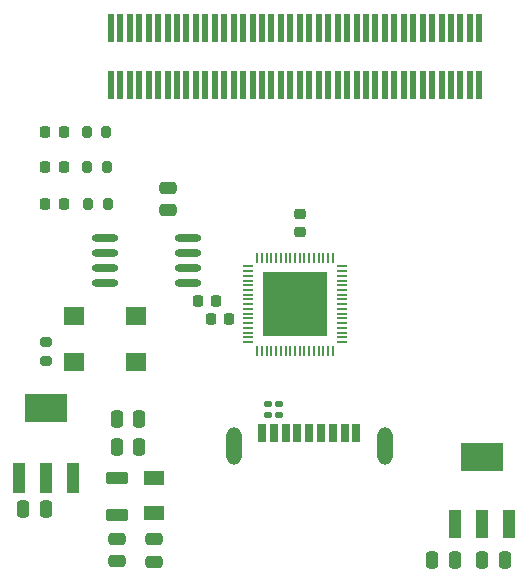
<source format=gbr>
%TF.GenerationSoftware,KiCad,Pcbnew,6.0.4-6f826c9f35~116~ubuntu20.04.1*%
%TF.CreationDate,2022-04-12T10:14:22+07:00*%
%TF.ProjectId,CH569Board,43483536-3942-46f6-9172-642e6b696361,rev?*%
%TF.SameCoordinates,Original*%
%TF.FileFunction,Paste,Top*%
%TF.FilePolarity,Positive*%
%FSLAX46Y46*%
G04 Gerber Fmt 4.6, Leading zero omitted, Abs format (unit mm)*
G04 Created by KiCad (PCBNEW 6.0.4-6f826c9f35~116~ubuntu20.04.1) date 2022-04-12 10:14:22*
%MOMM*%
%LPD*%
G01*
G04 APERTURE LIST*
G04 Aperture macros list*
%AMRoundRect*
0 Rectangle with rounded corners*
0 $1 Rounding radius*
0 $2 $3 $4 $5 $6 $7 $8 $9 X,Y pos of 4 corners*
0 Add a 4 corners polygon primitive as box body*
4,1,4,$2,$3,$4,$5,$6,$7,$8,$9,$2,$3,0*
0 Add four circle primitives for the rounded corners*
1,1,$1+$1,$2,$3*
1,1,$1+$1,$4,$5*
1,1,$1+$1,$6,$7*
1,1,$1+$1,$8,$9*
0 Add four rect primitives between the rounded corners*
20,1,$1+$1,$2,$3,$4,$5,0*
20,1,$1+$1,$4,$5,$6,$7,0*
20,1,$1+$1,$6,$7,$8,$9,0*
20,1,$1+$1,$8,$9,$2,$3,0*%
G04 Aperture macros list end*
%ADD10R,0.500000X2.400000*%
%ADD11RoundRect,0.140000X-0.170000X0.140000X-0.170000X-0.140000X0.170000X-0.140000X0.170000X0.140000X0*%
%ADD12RoundRect,0.225000X0.225000X0.250000X-0.225000X0.250000X-0.225000X-0.250000X0.225000X-0.250000X0*%
%ADD13RoundRect,0.250000X0.250000X0.475000X-0.250000X0.475000X-0.250000X-0.475000X0.250000X-0.475000X0*%
%ADD14RoundRect,0.200000X-0.200000X-0.275000X0.200000X-0.275000X0.200000X0.275000X-0.200000X0.275000X0*%
%ADD15RoundRect,0.250000X-0.250000X-0.475000X0.250000X-0.475000X0.250000X0.475000X-0.250000X0.475000X0*%
%ADD16RoundRect,0.250000X0.475000X-0.250000X0.475000X0.250000X-0.475000X0.250000X-0.475000X-0.250000X0*%
%ADD17RoundRect,0.218750X-0.218750X-0.256250X0.218750X-0.256250X0.218750X0.256250X-0.218750X0.256250X0*%
%ADD18RoundRect,0.200000X-0.275000X0.200000X-0.275000X-0.200000X0.275000X-0.200000X0.275000X0.200000X0*%
%ADD19R,1.800000X1.500000*%
%ADD20R,0.700000X1.600000*%
%ADD21O,1.300000X3.200000*%
%ADD22R,0.980000X2.470000*%
%ADD23R,3.600000X2.470000*%
%ADD24R,1.730000X1.190000*%
%ADD25RoundRect,0.225000X0.250000X-0.225000X0.250000X0.225000X-0.250000X0.225000X-0.250000X-0.225000X0*%
%ADD26O,2.250000X0.630000*%
%ADD27R,1.100000X2.500000*%
%ADD28R,3.600000X2.340000*%
%ADD29O,0.200000X0.900000*%
%ADD30O,0.900000X0.200000*%
%ADD31R,5.500000X5.500000*%
%ADD32RoundRect,0.250000X-0.475000X0.250000X-0.475000X-0.250000X0.475000X-0.250000X0.475000X0.250000X0*%
%ADD33RoundRect,0.250000X-0.700000X0.275000X-0.700000X-0.275000X0.700000X-0.275000X0.700000X0.275000X0*%
G04 APERTURE END LIST*
D10*
%TO.C,CN1*%
X141210000Y-79990000D03*
X141210000Y-84790000D03*
X140410000Y-79990000D03*
X140410000Y-84790000D03*
X139610000Y-79990000D03*
X139610000Y-84790000D03*
X138810000Y-79990000D03*
X138810000Y-84790000D03*
X138010000Y-79990000D03*
X138010000Y-84790000D03*
X137210000Y-79990000D03*
X137210000Y-84790000D03*
X136410000Y-79990000D03*
X136410000Y-84790000D03*
X135610000Y-79990000D03*
X135610000Y-84790000D03*
X134810000Y-79990000D03*
X134810000Y-84790000D03*
X134010000Y-79990000D03*
X134010000Y-84790000D03*
X133210000Y-79990000D03*
X133210000Y-84790000D03*
X132410000Y-79990000D03*
X132410000Y-84790000D03*
X131610000Y-79990000D03*
X131610000Y-84790000D03*
X130810000Y-79990000D03*
X130810000Y-84790000D03*
X130010000Y-79990000D03*
X130010000Y-84790000D03*
X129210000Y-79990000D03*
X129210000Y-84790000D03*
X128410000Y-79990000D03*
X128410000Y-84790000D03*
X127610000Y-79990000D03*
X127610000Y-84790000D03*
X126810000Y-79990000D03*
X126810000Y-84790000D03*
X126010000Y-79990000D03*
X126010000Y-84790000D03*
X125210000Y-79990000D03*
X125210000Y-84790000D03*
X124410000Y-79990000D03*
X124410000Y-84790000D03*
X123610000Y-79990000D03*
X123610000Y-84790000D03*
X122810000Y-79990000D03*
X122810000Y-84790000D03*
X122010000Y-79990000D03*
X122010000Y-84790000D03*
X121210000Y-79990000D03*
X121210000Y-84790000D03*
X120410000Y-79990000D03*
X120410000Y-84790000D03*
X119610000Y-79990000D03*
X119610000Y-84790000D03*
X118810000Y-79990000D03*
X118810000Y-84790000D03*
X118010000Y-79990000D03*
X118010000Y-84790000D03*
X117210000Y-79990000D03*
X117210000Y-84790000D03*
X116410000Y-79990000D03*
X116410000Y-84790000D03*
X115610000Y-79990000D03*
X115610000Y-84790000D03*
X114810000Y-79990000D03*
X114810000Y-84790000D03*
X114010000Y-79990000D03*
X114010000Y-84790000D03*
X113210000Y-79990000D03*
X113210000Y-84790000D03*
X112410000Y-79990000D03*
X112410000Y-84790000D03*
X111610000Y-79990000D03*
X111610000Y-84790000D03*
X110810000Y-79990000D03*
X110810000Y-84790000D03*
X110010000Y-79990000D03*
X110010000Y-84790000D03*
%TD*%
D11*
%TO.C,C13*%
X123342400Y-111780000D03*
X123342400Y-112740000D03*
%TD*%
D12*
%TO.C,C19*%
X120025000Y-104570000D03*
X118475000Y-104570000D03*
%TD*%
D13*
%TO.C,C2*%
X112405000Y-113069400D03*
X110505000Y-113069400D03*
%TD*%
D12*
%TO.C,C16*%
X118955000Y-103060000D03*
X117405000Y-103060000D03*
%TD*%
D14*
%TO.C,R4*%
X108115000Y-94870000D03*
X109765000Y-94870000D03*
%TD*%
D15*
%TO.C,C1*%
X102610000Y-120680000D03*
X104510000Y-120680000D03*
%TD*%
D11*
%TO.C,C12*%
X124262400Y-111780000D03*
X124262400Y-112740000D03*
%TD*%
D15*
%TO.C,C7*%
X137220000Y-124980000D03*
X139120000Y-124980000D03*
%TD*%
D16*
%TO.C,C14*%
X114840000Y-95420000D03*
X114840000Y-93520000D03*
%TD*%
D17*
%TO.C,D2*%
X104462500Y-91750000D03*
X106037500Y-91750000D03*
%TD*%
%TO.C,D1*%
X104456250Y-88750000D03*
X106031250Y-88750000D03*
%TD*%
D13*
%TO.C,C6*%
X143350000Y-124980000D03*
X141450000Y-124980000D03*
%TD*%
D16*
%TO.C,C5*%
X113680000Y-125170000D03*
X113680000Y-123270000D03*
%TD*%
D18*
%TO.C,R1*%
X104540000Y-106550000D03*
X104540000Y-108200000D03*
%TD*%
D19*
%TO.C,X1*%
X106895000Y-108215000D03*
X112175000Y-108215000D03*
X112175000Y-104315000D03*
X106895000Y-104315000D03*
%TD*%
D13*
%TO.C,C3*%
X112405000Y-115482400D03*
X110505000Y-115482400D03*
%TD*%
D20*
%TO.C,USB1*%
X123800000Y-114230007D03*
X125800000Y-114230007D03*
X127800000Y-114230007D03*
X129800000Y-114230007D03*
X130800000Y-114230007D03*
X128800000Y-114230007D03*
X126800000Y-114230007D03*
X124800000Y-114230007D03*
X122800000Y-114230007D03*
D21*
X120400000Y-115390007D03*
X133200000Y-115390007D03*
%TD*%
D14*
%TO.C,R3*%
X108005000Y-91750000D03*
X109655000Y-91750000D03*
%TD*%
D17*
%TO.C,D3*%
X104462500Y-94870000D03*
X106037500Y-94870000D03*
%TD*%
D22*
%TO.C,U3*%
X139134000Y-121978000D03*
X141434000Y-121978000D03*
X143734000Y-121978000D03*
D23*
X141434000Y-116318000D03*
%TD*%
D14*
%TO.C,R2*%
X107978750Y-88760000D03*
X109628750Y-88760000D03*
%TD*%
D24*
%TO.C,F1*%
X113680000Y-120996400D03*
X113680000Y-118096400D03*
%TD*%
D25*
%TO.C,C15*%
X126000000Y-97265000D03*
X126000000Y-95715000D03*
%TD*%
D26*
%TO.C,U4*%
X109510000Y-97737500D03*
X109510000Y-99017500D03*
X109510000Y-100277500D03*
X109510000Y-101547500D03*
X116570000Y-101547500D03*
X116570000Y-100277500D03*
X116570000Y-99017500D03*
X116570000Y-97737500D03*
%TD*%
D27*
%TO.C,U1*%
X102239000Y-118062000D03*
X104539000Y-118062000D03*
X106839000Y-118062000D03*
D28*
X104539000Y-112122000D03*
%TD*%
D29*
%TO.C,U2*%
X122402600Y-107310000D03*
X122802600Y-107310000D03*
X123202600Y-107310000D03*
X123602600Y-107310000D03*
X124002600Y-107310000D03*
X124402600Y-107310000D03*
X124802600Y-107310000D03*
X125202600Y-107310000D03*
X125602600Y-107310000D03*
X126002600Y-107310000D03*
X126402600Y-107310000D03*
X126802600Y-107310000D03*
X127202600Y-107310000D03*
X127602600Y-107310000D03*
X128002600Y-107310000D03*
X128402600Y-107310000D03*
X128802600Y-107310000D03*
D30*
X129552600Y-106560000D03*
X129552600Y-106160000D03*
X129552600Y-105760000D03*
X129552600Y-105360000D03*
X129552600Y-104960000D03*
X129552600Y-104560000D03*
X129552600Y-104160000D03*
X129552600Y-103760000D03*
X129552600Y-103360000D03*
X129552600Y-102960000D03*
X129552600Y-102560000D03*
X129552600Y-102160000D03*
X129552600Y-101760000D03*
X129552600Y-101360000D03*
X129552600Y-100960000D03*
X129552600Y-100560000D03*
X129552600Y-100160000D03*
D29*
X128802600Y-99410000D03*
X128402600Y-99410000D03*
X128002600Y-99410000D03*
X127602600Y-99410000D03*
X127202600Y-99410000D03*
X126802600Y-99410000D03*
X126402600Y-99410000D03*
X126002600Y-99410000D03*
X125602600Y-99410000D03*
X125202600Y-99410000D03*
X124802600Y-99410000D03*
X124402600Y-99410000D03*
X124002600Y-99410000D03*
X123602600Y-99410000D03*
X123202600Y-99410000D03*
X122802600Y-99410000D03*
X122402600Y-99410000D03*
D30*
X121652600Y-100160000D03*
X121652600Y-100560000D03*
X121652600Y-100960000D03*
X121652600Y-101360000D03*
X121652600Y-101760000D03*
X121652600Y-102160000D03*
X121652600Y-102560000D03*
X121652600Y-102960000D03*
X121652600Y-103360000D03*
X121652600Y-103760000D03*
X121652600Y-104160000D03*
X121652600Y-104560000D03*
X121652600Y-104960000D03*
X121652600Y-105360000D03*
X121652600Y-105760000D03*
X121652600Y-106160000D03*
X121652600Y-106560000D03*
D31*
X125602600Y-103360000D03*
%TD*%
D32*
%TO.C,C4*%
X110530400Y-123219200D03*
X110530400Y-125119200D03*
%TD*%
D33*
%TO.C,FB1*%
X110505000Y-118047400D03*
X110505000Y-121197400D03*
%TD*%
M02*

</source>
